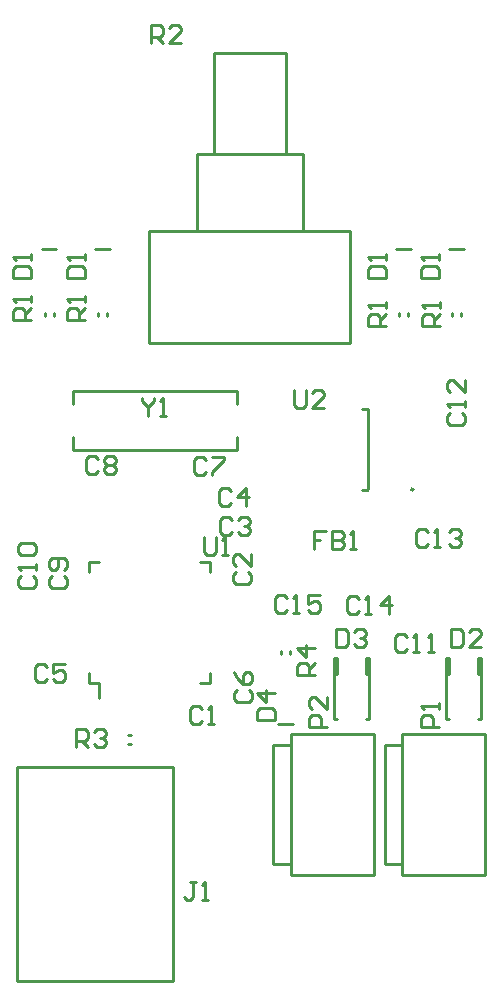
<source format=gto>
%FSLAX25Y25*%
%MOIN*%
G70*
G01*
G75*
G04 Layer_Color=65535*
%ADD10R,0.03150X0.03543*%
%ADD11R,0.05118X0.04134*%
%ADD12R,0.07087X0.07165*%
%ADD13R,0.06102X0.05315*%
%ADD14R,0.22047X0.22047*%
%ADD15R,0.07874X0.04724*%
%ADD16R,0.03740X0.02756*%
%ADD17R,0.04331X0.04528*%
%ADD18R,0.05315X0.06102*%
%ADD19R,0.04528X0.04331*%
%ADD20R,0.05906X0.01181*%
%ADD21R,0.01181X0.05906*%
%ADD22R,0.03543X0.03150*%
%ADD23R,0.02835X0.02835*%
%ADD24R,0.21654X0.07874*%
%ADD25C,0.01000*%
%ADD26C,0.03937*%
%ADD27C,0.01969*%
%ADD28C,0.07874*%
%ADD29C,0.05118*%
%ADD30C,0.14961*%
%ADD31C,0.02756*%
%ADD32C,0.05906*%
D25*
X135138Y142421D02*
G03*
X135138Y142421I-295J0D01*
G01*
X15256Y200295D02*
Y201279D01*
X12303Y200295D02*
Y201279D01*
X11319Y222736D02*
X16240D01*
X32972Y200295D02*
Y201279D01*
X30020Y200295D02*
Y201279D01*
X29035Y222736D02*
X33957D01*
X133366Y200295D02*
Y201279D01*
X130413Y200295D02*
Y201279D01*
X129429Y222736D02*
X134350D01*
X151083Y200295D02*
Y201279D01*
X148130Y200295D02*
Y201279D01*
X147146Y222736D02*
X152067D01*
X146063Y80807D02*
X147047D01*
Y86221D01*
X146063D02*
X147047D01*
X146063Y66043D02*
Y86221D01*
X146309Y66043D02*
X146801D01*
X156890Y80807D02*
X157874D01*
X156890D02*
Y86221D01*
X157874D01*
Y66043D02*
Y86221D01*
X156890Y66043D02*
X157874D01*
X146801D02*
X147047D01*
X146063D02*
X146309D01*
X159055Y13780D02*
Y61024D01*
X131496Y13780D02*
Y61024D01*
X125591Y17717D02*
Y57087D01*
X131496D01*
X125591Y17717D02*
X131496D01*
Y61024D02*
X159055D01*
X131496Y13780D02*
X159055D01*
X91043Y87697D02*
Y88681D01*
X93996Y87697D02*
Y88681D01*
X108661Y80807D02*
X109646D01*
Y86221D01*
X108661D02*
X109646D01*
X108661Y66043D02*
Y86221D01*
X108907Y66043D02*
X109400D01*
X119488Y80807D02*
X120472D01*
X119488D02*
Y86221D01*
X120472D01*
Y66043D02*
Y86221D01*
X119488Y66043D02*
X120472D01*
X109400D02*
X109646D01*
X108661D02*
X108907D01*
X122047Y13780D02*
Y61024D01*
X94488Y13780D02*
Y61024D01*
X88583Y17717D02*
Y57087D01*
X94488D01*
X88583Y17717D02*
X94488D01*
Y61024D02*
X122047D01*
X94488Y13780D02*
X122047D01*
X90059Y64173D02*
X94980D01*
X118110Y142323D02*
X119882D01*
X119980Y142421D01*
Y169291D01*
X118110D02*
X119980D01*
X27116Y77854D02*
Y81299D01*
Y77854D02*
X30561D01*
Y72933D02*
Y77854D01*
X63976D02*
X67421D01*
Y81299D01*
Y114764D02*
Y118209D01*
X63976D02*
X67421D01*
X27067Y114764D02*
Y118209D01*
X30512D01*
X40059Y60532D02*
X41043D01*
X40059Y57579D02*
X41043D01*
X3228Y-21260D02*
Y50000D01*
X55197Y-21260D02*
Y50000D01*
X3228D02*
X55197D01*
X3228Y-21260D02*
X55197D01*
X21850Y175197D02*
X76575D01*
Y170768D02*
Y175197D01*
X21850Y170768D02*
Y175197D01*
X76575Y155512D02*
Y159941D01*
X21850Y155512D02*
Y159941D01*
Y155512D02*
X76575D01*
X68898Y287795D02*
X92716D01*
X92815Y254331D02*
Y287795D01*
X68898Y254331D02*
Y287795D01*
X62992Y254331D02*
X98425D01*
Y228740D02*
Y254331D01*
X62992Y228740D02*
Y254331D01*
X47244Y228740D02*
X114173D01*
X47244Y191339D02*
X114173D01*
Y228740D01*
X47244Y191339D02*
Y228740D01*
X44882Y172927D02*
Y171927D01*
X46881Y169928D01*
X48881Y171927D01*
Y172927D01*
X46881Y169928D02*
Y166929D01*
X50880D02*
X52879D01*
X51880D01*
Y172927D01*
X50880Y171927D01*
X95276Y175683D02*
Y170685D01*
X96275Y169685D01*
X98275D01*
X99274Y170685D01*
Y175683D01*
X105272Y169685D02*
X101274D01*
X105272Y173684D01*
Y174683D01*
X104273Y175683D01*
X102273D01*
X101274Y174683D01*
X65354Y126470D02*
Y121472D01*
X66354Y120472D01*
X68353D01*
X69353Y121472D01*
Y126470D01*
X71352Y120472D02*
X73352D01*
X72352D01*
Y126470D01*
X71352Y125471D01*
X102362Y80709D02*
X96364D01*
Y83708D01*
X97364Y84707D01*
X99363D01*
X100363Y83708D01*
Y80709D01*
Y82708D02*
X102362Y84707D01*
Y89706D02*
X96364D01*
X99363Y86707D01*
Y90705D01*
X22835Y56693D02*
Y62691D01*
X25834D01*
X26833Y61691D01*
Y59692D01*
X25834Y58692D01*
X22835D01*
X24834D02*
X26833Y56693D01*
X28833Y61691D02*
X29832Y62691D01*
X31832D01*
X32831Y61691D01*
Y60692D01*
X31832Y59692D01*
X30832D01*
X31832D01*
X32831Y58692D01*
Y57693D01*
X31832Y56693D01*
X29832D01*
X28833Y57693D01*
X7874Y198819D02*
X1876D01*
Y201818D01*
X2876Y202818D01*
X4875D01*
X5875Y201818D01*
Y198819D01*
Y200818D02*
X7874Y202818D01*
Y204817D02*
Y206816D01*
Y205817D01*
X1876D01*
X2876Y204817D01*
X25591Y198819D02*
X19592D01*
Y201818D01*
X20592Y202818D01*
X22591D01*
X23591Y201818D01*
Y198819D01*
Y200818D02*
X25591Y202818D01*
Y204817D02*
Y206816D01*
Y205817D01*
X19592D01*
X20592Y204817D01*
X125984Y196850D02*
X119986D01*
Y199849D01*
X120986Y200849D01*
X122985D01*
X123985Y199849D01*
Y196850D01*
Y198850D02*
X125984Y200849D01*
Y202849D02*
Y204848D01*
Y203848D01*
X119986D01*
X120986Y202849D01*
X144095Y196850D02*
X138096D01*
Y199849D01*
X139096Y200849D01*
X141095D01*
X142095Y199849D01*
Y196850D01*
Y198850D02*
X144095Y200849D01*
Y202849D02*
Y204848D01*
Y203848D01*
X138096D01*
X139096Y202849D01*
X106299Y63386D02*
X100301D01*
Y66385D01*
X101301Y67384D01*
X103300D01*
X104300Y66385D01*
Y63386D01*
X106299Y73383D02*
Y69384D01*
X102301Y73383D01*
X101301D01*
X100301Y72383D01*
Y70384D01*
X101301Y69384D01*
X143701Y63386D02*
X137703D01*
Y66385D01*
X138702Y67384D01*
X140702D01*
X141701Y66385D01*
Y63386D01*
X143701Y69384D02*
Y71383D01*
Y70384D01*
X137703D01*
X138702Y69384D01*
X62660Y11510D02*
X60661D01*
X61660D01*
Y6511D01*
X60661Y5512D01*
X59661D01*
X58661Y6511D01*
X64660Y5512D02*
X66659D01*
X65659D01*
Y11510D01*
X64660Y10510D01*
X105967Y128439D02*
X101969D01*
Y125440D01*
X103968D01*
X101969D01*
Y122441D01*
X107967Y128439D02*
Y122441D01*
X110966D01*
X111965Y123441D01*
Y124440D01*
X110966Y125440D01*
X107967D01*
X110966D01*
X111965Y126440D01*
Y127439D01*
X110966Y128439D01*
X107967D01*
X113965Y122441D02*
X115964D01*
X114964D01*
Y128439D01*
X113965Y127439D01*
X82978Y65748D02*
X88976D01*
Y68747D01*
X87977Y69747D01*
X83978D01*
X82978Y68747D01*
Y65748D01*
X88976Y74745D02*
X82978D01*
X85977Y71746D01*
Y75745D01*
X109449Y95762D02*
Y89764D01*
X112448D01*
X113447Y90763D01*
Y94762D01*
X112448Y95762D01*
X109449D01*
X115447Y94762D02*
X116447Y95762D01*
X118446D01*
X119446Y94762D01*
Y93762D01*
X118446Y92763D01*
X117446D01*
X118446D01*
X119446Y91763D01*
Y90763D01*
X118446Y89764D01*
X116447D01*
X115447Y90763D01*
X147638Y95762D02*
Y89764D01*
X150637D01*
X151637Y90763D01*
Y94762D01*
X150637Y95762D01*
X147638D01*
X157635Y89764D02*
X153636D01*
X157635Y93762D01*
Y94762D01*
X156635Y95762D01*
X154636D01*
X153636Y94762D01*
X1876Y212894D02*
X7874D01*
Y215893D01*
X6874Y216892D01*
X2876D01*
X1876Y215893D01*
Y212894D01*
X7874Y218892D02*
Y220891D01*
Y219891D01*
X1876D01*
X2876Y218892D01*
X19592Y212894D02*
X25591D01*
Y215893D01*
X24591Y216892D01*
X20592D01*
X19592Y215893D01*
Y212894D01*
X25591Y218892D02*
Y220891D01*
Y219891D01*
X19592D01*
X20592Y218892D01*
X119986Y212894D02*
X125984D01*
Y215893D01*
X124985Y216892D01*
X120986D01*
X119986Y215893D01*
Y212894D01*
X125984Y218892D02*
Y220891D01*
Y219891D01*
X119986D01*
X120986Y218892D01*
X137703Y212894D02*
X143701D01*
Y215893D01*
X142701Y216892D01*
X138702D01*
X137703Y215893D01*
Y212894D01*
X143701Y218892D02*
Y220891D01*
Y219891D01*
X137703D01*
X138702Y218892D01*
X92975Y106179D02*
X91975Y107179D01*
X89976D01*
X88976Y106179D01*
Y102181D01*
X89976Y101181D01*
X91975D01*
X92975Y102181D01*
X94974Y101181D02*
X96974D01*
X95974D01*
Y107179D01*
X94974Y106179D01*
X103972Y107179D02*
X99973D01*
Y104180D01*
X101972Y105180D01*
X102972D01*
X103972Y104180D01*
Y102181D01*
X102972Y101181D01*
X100972D01*
X99973Y102181D01*
X116991Y105786D02*
X115991Y106786D01*
X113992D01*
X112992Y105786D01*
Y101787D01*
X113992Y100787D01*
X115991D01*
X116991Y101787D01*
X118990Y100787D02*
X120990D01*
X119990D01*
Y106786D01*
X118990Y105786D01*
X126988Y100787D02*
Y106786D01*
X123989Y103786D01*
X127987D01*
X140219Y128227D02*
X139219Y129226D01*
X137220D01*
X136221Y128227D01*
Y124228D01*
X137220Y123228D01*
X139219D01*
X140219Y124228D01*
X142218Y123228D02*
X144218D01*
X143218D01*
Y129226D01*
X142218Y128227D01*
X147217D02*
X148217Y129226D01*
X150216D01*
X151216Y128227D01*
Y127227D01*
X150216Y126227D01*
X149216D01*
X150216D01*
X151216Y125228D01*
Y124228D01*
X150216Y123228D01*
X148217D01*
X147217Y124228D01*
X147364Y167778D02*
X146364Y166779D01*
Y164779D01*
X147364Y163779D01*
X151363D01*
X152362Y164779D01*
Y166779D01*
X151363Y167778D01*
X152362Y169778D02*
Y171777D01*
Y170777D01*
X146364D01*
X147364Y169778D01*
X152362Y178775D02*
Y174776D01*
X148363Y178775D01*
X147364D01*
X146364Y177775D01*
Y175776D01*
X147364Y174776D01*
X133133Y93187D02*
X132133Y94187D01*
X130133D01*
X129134Y93187D01*
Y89189D01*
X130133Y88189D01*
X132133D01*
X133133Y89189D01*
X135132Y88189D02*
X137131D01*
X136132D01*
Y94187D01*
X135132Y93187D01*
X140130Y88189D02*
X142130D01*
X141130D01*
Y94187D01*
X140130Y93187D01*
X4450Y113447D02*
X3451Y112448D01*
Y110449D01*
X4450Y109449D01*
X8449D01*
X9449Y110449D01*
Y112448D01*
X8449Y113447D01*
X9449Y115447D02*
Y117446D01*
Y116447D01*
X3451D01*
X4450Y115447D01*
Y120445D02*
X3451Y121445D01*
Y123444D01*
X4450Y124444D01*
X8449D01*
X9449Y123444D01*
Y121445D01*
X8449Y120445D01*
X4450D01*
X14687Y113447D02*
X13687Y112448D01*
Y110449D01*
X14687Y109449D01*
X18685D01*
X19685Y110449D01*
Y112448D01*
X18685Y113447D01*
Y115447D02*
X19685Y116447D01*
Y118446D01*
X18685Y119446D01*
X14687D01*
X13687Y118446D01*
Y116447D01*
X14687Y115447D01*
X15686D01*
X16686Y116447D01*
Y119446D01*
X29983Y152636D02*
X28983Y153636D01*
X26984D01*
X25984Y152636D01*
Y148637D01*
X26984Y147638D01*
X28983D01*
X29983Y148637D01*
X31982Y152636D02*
X32982Y153636D01*
X34981D01*
X35981Y152636D01*
Y151637D01*
X34981Y150637D01*
X35981Y149637D01*
Y148637D01*
X34981Y147638D01*
X32982D01*
X31982Y148637D01*
Y149637D01*
X32982Y150637D01*
X31982Y151637D01*
Y152636D01*
X32982Y150637D02*
X34981D01*
X66203Y152243D02*
X65204Y153242D01*
X63204D01*
X62205Y152243D01*
Y148244D01*
X63204Y147244D01*
X65204D01*
X66203Y148244D01*
X68203Y153242D02*
X72202D01*
Y152243D01*
X68203Y148244D01*
Y147244D01*
X76498Y75652D02*
X75498Y74653D01*
Y72653D01*
X76498Y71653D01*
X80496D01*
X81496Y72653D01*
Y74653D01*
X80496Y75652D01*
X75498Y81650D02*
X76498Y79651D01*
X78497Y77652D01*
X80496D01*
X81496Y78651D01*
Y80651D01*
X80496Y81650D01*
X79497D01*
X78497Y80651D01*
Y77652D01*
X13054Y83345D02*
X12054Y84345D01*
X10055D01*
X9055Y83345D01*
Y79346D01*
X10055Y78347D01*
X12054D01*
X13054Y79346D01*
X19052Y84345D02*
X15053D01*
Y81345D01*
X17052Y82345D01*
X18052D01*
X19052Y81345D01*
Y79346D01*
X18052Y78347D01*
X16053D01*
X15053Y79346D01*
X74471Y142006D02*
X73471Y143006D01*
X71472D01*
X70472Y142006D01*
Y138007D01*
X71472Y137008D01*
X73471D01*
X74471Y138007D01*
X79470Y137008D02*
Y143006D01*
X76471Y140007D01*
X80469D01*
X74865Y132164D02*
X73865Y133163D01*
X71866D01*
X70866Y132164D01*
Y128165D01*
X71866Y127165D01*
X73865D01*
X74865Y128165D01*
X76864Y132164D02*
X77864Y133163D01*
X79863D01*
X80863Y132164D01*
Y131164D01*
X79863Y130164D01*
X78864D01*
X79863D01*
X80863Y129165D01*
Y128165D01*
X79863Y127165D01*
X77864D01*
X76864Y128165D01*
X76104Y115022D02*
X75104Y114023D01*
Y112023D01*
X76104Y111024D01*
X80103D01*
X81102Y112023D01*
Y114023D01*
X80103Y115022D01*
X81102Y121020D02*
Y117022D01*
X77104Y121020D01*
X76104D01*
X75104Y120021D01*
Y118021D01*
X76104Y117022D01*
X64629Y69172D02*
X63629Y70171D01*
X61630D01*
X60630Y69172D01*
Y65173D01*
X61630Y64173D01*
X63629D01*
X64629Y65173D01*
X66628Y64173D02*
X68627D01*
X67628D01*
Y70171D01*
X66628Y69172D01*
X47759Y291317D02*
Y297315D01*
X50758D01*
X51757Y296315D01*
Y294316D01*
X50758Y293316D01*
X47759D01*
X49758D02*
X51757Y291317D01*
X57755D02*
X53757D01*
X57755Y295316D01*
Y296315D01*
X56756Y297315D01*
X54756D01*
X53757Y296315D01*
M02*

</source>
